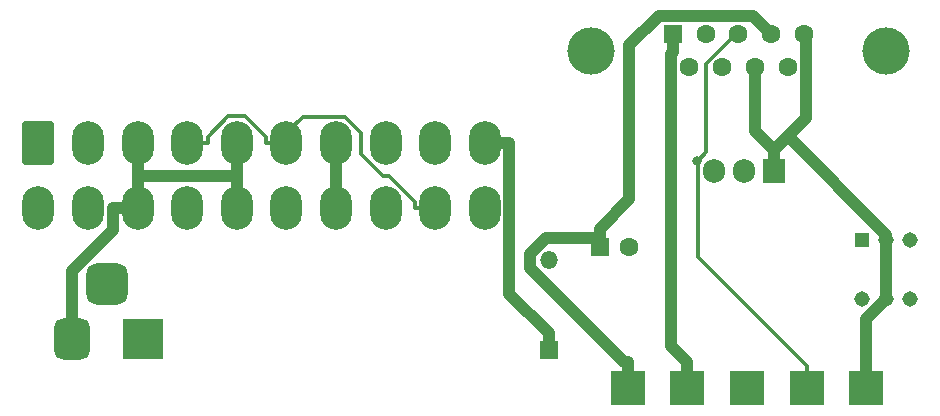
<source format=gbr>
%TF.GenerationSoftware,KiCad,Pcbnew,8.0.7*%
%TF.CreationDate,2025-01-08T21:36:27+01:00*%
%TF.ProjectId,adampsu,6164616d-7073-4752-9e6b-696361645f70,rev?*%
%TF.SameCoordinates,Original*%
%TF.FileFunction,Copper,L2,Bot*%
%TF.FilePolarity,Positive*%
%FSLAX46Y46*%
G04 Gerber Fmt 4.6, Leading zero omitted, Abs format (unit mm)*
G04 Created by KiCad (PCBNEW 8.0.7) date 2025-01-08 21:36:27*
%MOMM*%
%LPD*%
G01*
G04 APERTURE LIST*
G04 Aperture macros list*
%AMRoundRect*
0 Rectangle with rounded corners*
0 $1 Rounding radius*
0 $2 $3 $4 $5 $6 $7 $8 $9 X,Y pos of 4 corners*
0 Add a 4 corners polygon primitive as box body*
4,1,4,$2,$3,$4,$5,$6,$7,$8,$9,$2,$3,0*
0 Add four circle primitives for the rounded corners*
1,1,$1+$1,$2,$3*
1,1,$1+$1,$4,$5*
1,1,$1+$1,$6,$7*
1,1,$1+$1,$8,$9*
0 Add four rect primitives between the rounded corners*
20,1,$1+$1,$2,$3,$4,$5,0*
20,1,$1+$1,$4,$5,$6,$7,0*
20,1,$1+$1,$6,$7,$8,$9,0*
20,1,$1+$1,$8,$9,$2,$3,0*%
G04 Aperture macros list end*
%TA.AperFunction,ComponentPad*%
%ADD10C,4.000000*%
%TD*%
%TA.AperFunction,ComponentPad*%
%ADD11R,1.600000X1.600000*%
%TD*%
%TA.AperFunction,ComponentPad*%
%ADD12C,1.600000*%
%TD*%
%TA.AperFunction,ComponentPad*%
%ADD13R,3.000000X3.000000*%
%TD*%
%TA.AperFunction,ComponentPad*%
%ADD14R,1.500000X1.500000*%
%TD*%
%TA.AperFunction,ComponentPad*%
%ADD15O,1.500000X1.500000*%
%TD*%
%TA.AperFunction,ComponentPad*%
%ADD16RoundRect,0.250001X-1.099999X-1.599999X1.099999X-1.599999X1.099999X1.599999X-1.099999X1.599999X0*%
%TD*%
%TA.AperFunction,ComponentPad*%
%ADD17O,2.700000X3.700000*%
%TD*%
%TA.AperFunction,ComponentPad*%
%ADD18R,1.308000X1.308000*%
%TD*%
%TA.AperFunction,ComponentPad*%
%ADD19C,1.308000*%
%TD*%
%TA.AperFunction,ComponentPad*%
%ADD20R,1.905000X2.000000*%
%TD*%
%TA.AperFunction,ComponentPad*%
%ADD21O,1.905000X2.000000*%
%TD*%
%TA.AperFunction,ComponentPad*%
%ADD22R,3.500000X3.500000*%
%TD*%
%TA.AperFunction,ComponentPad*%
%ADD23RoundRect,0.750000X-0.750000X-1.000000X0.750000X-1.000000X0.750000X1.000000X-0.750000X1.000000X0*%
%TD*%
%TA.AperFunction,ComponentPad*%
%ADD24RoundRect,0.875000X-0.875000X-0.875000X0.875000X-0.875000X0.875000X0.875000X-0.875000X0.875000X0*%
%TD*%
%TA.AperFunction,ViaPad*%
%ADD25C,0.800000*%
%TD*%
%TA.AperFunction,Conductor*%
%ADD26C,1.000000*%
%TD*%
%TA.AperFunction,Conductor*%
%ADD27C,0.304800*%
%TD*%
G04 APERTURE END LIST*
D10*
%TO.P,J3,0*%
%TO.N,N/C*%
X193830000Y-79320000D03*
X168830000Y-79320000D03*
D11*
%TO.P,J3,1,1*%
%TO.N,+12V*%
X175790000Y-77900000D03*
D12*
%TO.P,J3,2,2*%
X178560000Y-77900000D03*
%TO.P,J3,3,3*%
%TO.N,/+5V*%
X181330000Y-77900000D03*
%TO.P,J3,4,4*%
%TO.N,/-5V*%
X184100000Y-77900000D03*
%TO.P,J3,5,5*%
%TO.N,GND*%
X186870000Y-77900000D03*
%TO.P,J3,6,6*%
%TO.N,unconnected-(J3-Pad6)*%
X177175000Y-80740000D03*
%TO.P,J3,7,7*%
%TO.N,unconnected-(J3-Pad7)*%
X179945000Y-80740000D03*
%TO.P,J3,8,8*%
%TO.N,GND*%
X182715000Y-80740000D03*
%TO.P,J3,9,9*%
%TO.N,unconnected-(J3-Pad9)*%
X185485000Y-80740000D03*
%TD*%
D13*
%TO.P,TP3,1,1*%
%TO.N,/+5V*%
X187105000Y-107920000D03*
%TD*%
%TO.P,TP2,1,1*%
%TO.N,+12V*%
X182055000Y-107920000D03*
%TD*%
%TO.P,TP4,1,1*%
%TO.N,/-5V*%
X171955000Y-107920000D03*
%TD*%
%TO.P,TP5,1,1*%
%TO.N,GND*%
X192155000Y-107920000D03*
%TD*%
%TO.P,TP1,1,1*%
%TO.N,+12V*%
X177005000Y-107920000D03*
%TD*%
D14*
%TO.P,D1,1,K*%
%TO.N,+12V*%
X165255000Y-104710000D03*
D15*
%TO.P,D1,2,A*%
%TO.N,GND*%
X165255000Y-97090000D03*
%TD*%
D16*
%TO.P,J4,1,+3.3V*%
%TO.N,unconnected-(J4-+3.3V-Pad1)_1*%
X122055000Y-87170000D03*
D17*
%TO.P,J4,2,+3.3V*%
%TO.N,unconnected-(J4-+3.3V-Pad1)*%
X126255000Y-87170000D03*
%TO.P,J4,3,GND*%
%TO.N,GND*%
X130455000Y-87170000D03*
%TO.P,J4,4,+5V*%
%TO.N,/+5V*%
X134655000Y-87170000D03*
%TO.P,J4,5,GND*%
%TO.N,GND*%
X138855000Y-87170000D03*
%TO.P,J4,6,+5V*%
%TO.N,/+5V*%
X143055000Y-87170000D03*
%TO.P,J4,7,GND*%
%TO.N,GND*%
X147255000Y-87170000D03*
%TO.P,J4,8,PWR_OK*%
%TO.N,unconnected-(J4-PWR_OK-Pad8)*%
X151455000Y-87170000D03*
%TO.P,J4,9,+5VSB*%
%TO.N,unconnected-(J4-+5VSB-Pad9)*%
X155655000Y-87170000D03*
%TO.P,J4,10,+12V*%
%TO.N,+12V*%
X159855000Y-87170000D03*
%TO.P,J4,11,+3.3V*%
%TO.N,unconnected-(J4-+3.3V-Pad1)_2*%
X122055000Y-92670000D03*
%TO.P,J4,12,-12V*%
%TO.N,-12V*%
X126255000Y-92670000D03*
%TO.P,J4,13,GND*%
%TO.N,GND*%
X130455000Y-92670000D03*
%TO.P,J4,14,PS_ON#*%
%TO.N,PWON*%
X134655000Y-92670000D03*
%TO.P,J4,15,GND*%
%TO.N,GND*%
X138855000Y-92670000D03*
%TO.P,J4,16,GND*%
X143055000Y-92670000D03*
%TO.P,J4,17,GND*%
X147255000Y-92670000D03*
%TO.P,J4,18,-5V/NC*%
%TO.N,unconnected-(J4--5V{slash}NC-Pad18)*%
X151455000Y-92670000D03*
%TO.P,J4,19,+5V*%
%TO.N,/+5V*%
X155655000Y-92670000D03*
%TO.P,J4,20,+5V*%
X159855000Y-92670000D03*
%TD*%
D18*
%TO.P,S1,1*%
%TO.N,PWON*%
X191830000Y-95332500D03*
D19*
%TO.P,S1,2*%
%TO.N,GND*%
X193830000Y-95332500D03*
%TO.P,S1,3*%
%TO.N,unconnected-(S1-Pad3)*%
X195830000Y-95332500D03*
%TO.P,S1,4*%
%TO.N,unconnected-(S1-Pad4)*%
X191830000Y-100332500D03*
%TO.P,S1,5*%
%TO.N,GND*%
X193830000Y-100332500D03*
%TO.P,S1,6*%
%TO.N,unconnected-(S1-Pad6)*%
X195830000Y-100332500D03*
%TD*%
D11*
%TO.P,C1,1*%
%TO.N,/-5V*%
X169572600Y-95945000D03*
D12*
%TO.P,C1,2*%
%TO.N,GND*%
X172072600Y-95945000D03*
%TD*%
D20*
%TO.P,U1,1,GND*%
%TO.N,GND*%
X184330000Y-89495000D03*
D21*
%TO.P,U1,2,VI*%
%TO.N,-12V*%
X181790000Y-89495000D03*
%TO.P,U1,3,VO*%
%TO.N,/-5V*%
X179250000Y-89495000D03*
%TD*%
D22*
%TO.P,J1,1*%
%TO.N,+12V*%
X130880000Y-103752500D03*
D23*
%TO.P,J1,2*%
%TO.N,GND*%
X124880000Y-103752500D03*
D24*
%TO.P,J1,3*%
%TO.N,unconnected-(J1-Pad3)*%
X127880000Y-99052500D03*
%TD*%
D25*
%TO.N,/+5V*%
X177792900Y-88628200D03*
%TD*%
D26*
%TO.N,GND*%
X138855000Y-92670000D02*
X138855000Y-89920000D01*
X138855000Y-89920000D02*
X138855000Y-87170000D01*
X193830000Y-94896700D02*
X193830000Y-95332500D01*
X186870000Y-77900000D02*
X187039500Y-78069500D01*
X130455000Y-92670000D02*
X130455000Y-89920000D01*
X138855000Y-89920000D02*
X130455000Y-89920000D01*
X128374700Y-94518000D02*
X124880000Y-98012700D01*
X182715000Y-80740000D02*
X182715000Y-86149700D01*
X192155000Y-102007500D02*
X193830000Y-100332500D01*
X185514000Y-86580700D02*
X193830000Y-94896700D01*
X193830000Y-95332500D02*
X193830000Y-100332500D01*
X147255000Y-87170000D02*
X147255000Y-92670000D01*
X130455000Y-89920000D02*
X130455000Y-87170000D01*
X182715000Y-86149700D02*
X184330000Y-87764700D01*
X128374700Y-92670000D02*
X128374700Y-94518000D01*
X124880000Y-98012700D02*
X124880000Y-103752500D01*
X187039500Y-78069500D02*
X187039500Y-85055200D01*
X192155000Y-107920000D02*
X192155000Y-102007500D01*
X184330000Y-89495000D02*
X184330000Y-87764700D01*
X130455000Y-92670000D02*
X128374700Y-92670000D01*
X187039500Y-85055200D02*
X185514000Y-86580700D01*
X185514000Y-86580700D02*
X184330000Y-87764700D01*
%TO.N,+12V*%
X175639400Y-104324100D02*
X177005000Y-105689700D01*
X175639400Y-79580900D02*
X175639400Y-104324100D01*
X175790000Y-77900000D02*
X175790000Y-79430300D01*
X165255000Y-104710000D02*
X165255000Y-103229700D01*
X175790000Y-79430300D02*
X175639400Y-79580900D01*
X161935300Y-99910000D02*
X165255000Y-103229700D01*
X161935300Y-87170000D02*
X161935300Y-99910000D01*
X159855000Y-87170000D02*
X161935300Y-87170000D01*
X177005000Y-107920000D02*
X177005000Y-105689700D01*
%TO.N,/-5V*%
X169572600Y-95179800D02*
X169572600Y-94414700D01*
X171955000Y-107920000D02*
X171955000Y-105689700D01*
X165047800Y-95179800D02*
X163714500Y-96513100D01*
X174586100Y-76369700D02*
X172102800Y-78853000D01*
X169572600Y-95179800D02*
X165047800Y-95179800D01*
X172102800Y-91884500D02*
X169572600Y-94414700D01*
X163714500Y-97728000D02*
X171676200Y-105689700D01*
X182569700Y-76369700D02*
X174586100Y-76369700D01*
X163714500Y-96513100D02*
X163714500Y-97728000D01*
X172102800Y-78853000D02*
X172102800Y-91884500D01*
X184100000Y-77900000D02*
X182569700Y-76369700D01*
X171676200Y-105689700D02*
X171955000Y-105689700D01*
X169572600Y-95945000D02*
X169572600Y-95179800D01*
D27*
%TO.N,/+5V*%
X142188700Y-87170000D02*
X144434300Y-84924400D01*
X151209400Y-89920000D02*
X151726000Y-89920000D01*
X155655000Y-92670000D02*
X153922300Y-92670000D01*
X187105000Y-107920000D02*
X187105000Y-106037300D01*
X142188700Y-87170000D02*
X141322300Y-87170000D01*
X149358900Y-86286700D02*
X149358900Y-88069500D01*
X153922300Y-92116300D02*
X153922300Y-92670000D01*
X141322300Y-86628500D02*
X139581500Y-84887700D01*
X177870800Y-88628200D02*
X177792900Y-88628200D01*
X143055000Y-87170000D02*
X142188700Y-87170000D01*
X141322300Y-87170000D02*
X141322300Y-86628500D01*
X177870800Y-96803100D02*
X177870800Y-88628200D01*
X177870800Y-88628200D02*
X178560000Y-87939000D01*
X178560000Y-87939000D02*
X178560000Y-80447500D01*
X147996600Y-84924400D02*
X149358900Y-86286700D01*
X134655000Y-87170000D02*
X136387700Y-87170000D01*
X144434300Y-84924400D02*
X147996600Y-84924400D01*
X139581500Y-84887700D02*
X138137200Y-84887700D01*
X151726000Y-89920000D02*
X153922300Y-92116300D01*
X181107500Y-77900000D02*
X181330000Y-77900000D01*
X178560000Y-80447500D02*
X181107500Y-77900000D01*
X138137200Y-84887700D02*
X136387700Y-86637200D01*
X136387700Y-86637200D02*
X136387700Y-87170000D01*
X187105000Y-106037300D02*
X177870800Y-96803100D01*
X149358900Y-88069500D02*
X151209400Y-89920000D01*
%TD*%
M02*

</source>
